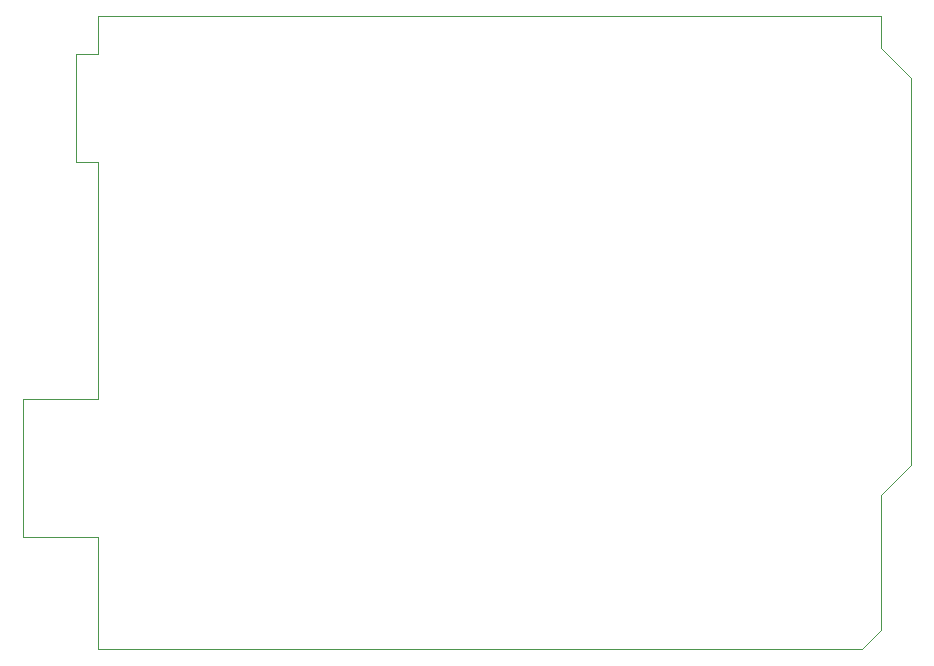
<source format=gbr>
%TF.GenerationSoftware,KiCad,Pcbnew,9.0.2*%
%TF.CreationDate,2025-11-24T10:29:42-08:00*%
%TF.ProjectId,motor_temperature,6d6f746f-725f-4746-956d-706572617475,A*%
%TF.SameCoordinates,Original*%
%TF.FileFunction,Profile,NP*%
%FSLAX46Y46*%
G04 Gerber Fmt 4.6, Leading zero omitted, Abs format (unit mm)*
G04 Created by KiCad (PCBNEW 9.0.2) date 2025-11-24 10:29:42*
%MOMM*%
%LPD*%
G01*
G04 APERTURE LIST*
%TA.AperFunction,Profile*%
%ADD10C,0.120000*%
%TD*%
G04 APERTURE END LIST*
D10*
%TO.C,A1*%
X91825000Y-96090000D02*
X91825000Y-107770000D01*
X91825000Y-107770000D02*
X98175000Y-107770000D01*
X96275000Y-66880000D02*
X96275000Y-76020000D01*
X96275000Y-76020000D02*
X98175000Y-76020000D01*
X98175000Y-63700000D02*
X98175000Y-66880000D01*
X98175000Y-66880000D02*
X96275000Y-66880000D01*
X98175000Y-76020000D02*
X98175000Y-96090000D01*
X98175000Y-96090000D02*
X91825000Y-96090000D01*
X98175000Y-107770000D02*
X98175000Y-117300000D01*
X98175000Y-117300000D02*
X162825000Y-117300000D01*
X162825000Y-117300000D02*
X164475000Y-115650000D01*
X164475000Y-63700000D02*
X98175000Y-63700000D01*
X164475000Y-66370000D02*
X164475000Y-63700000D01*
X164475000Y-104220000D02*
X167015000Y-101680000D01*
X164475000Y-115650000D02*
X164475000Y-104220000D01*
X167015000Y-68910000D02*
X164475000Y-66370000D01*
X167015000Y-101680000D02*
X167015000Y-68910000D01*
%TD*%
M02*

</source>
